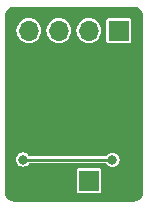
<source format=gbr>
%TF.GenerationSoftware,KiCad,Pcbnew,7.99.0-957-g18dd623122*%
%TF.CreationDate,2023-08-18T16:17:54-04:00*%
%TF.ProjectId,bme680,626d6536-3830-42e6-9b69-6361645f7063,V1.0*%
%TF.SameCoordinates,Original*%
%TF.FileFunction,Copper,L2,Bot*%
%TF.FilePolarity,Positive*%
%FSLAX46Y46*%
G04 Gerber Fmt 4.6, Leading zero omitted, Abs format (unit mm)*
G04 Created by KiCad (PCBNEW 7.99.0-957-g18dd623122) date 2023-08-18 16:17:54*
%MOMM*%
%LPD*%
G01*
G04 APERTURE LIST*
%TA.AperFunction,ComponentPad*%
%ADD10R,1.700000X1.700000*%
%TD*%
%TA.AperFunction,ComponentPad*%
%ADD11O,1.700000X1.700000*%
%TD*%
%TA.AperFunction,ViaPad*%
%ADD12C,0.500000*%
%TD*%
%TA.AperFunction,ViaPad*%
%ADD13C,0.800000*%
%TD*%
%TA.AperFunction,Conductor*%
%ADD14C,0.250000*%
%TD*%
G04 APERTURE END LIST*
D10*
%TO.P,J1,1,Pin_1*%
%TO.N,/SDO*%
X145024000Y-100584000D03*
D11*
%TO.P,J1,2,Pin_2*%
%TO.N,/SCK*%
X142484000Y-100584000D03*
%TO.P,J1,3,Pin_3*%
%TO.N,/SDI*%
X139944001Y-100584000D03*
%TO.P,J1,4,Pin_4*%
%TO.N,/CSB*%
X137404000Y-100584000D03*
%TD*%
D10*
%TO.P,J2,1,Pin_1*%
%TO.N,+3.3V*%
X142499000Y-113284000D03*
D11*
%TO.P,J2,2,Pin_2*%
%TO.N,GND*%
X139959000Y-113284000D03*
%TD*%
D12*
%TO.N,GND*%
X146304000Y-108712000D03*
X139192000Y-103632000D03*
X146304000Y-111252000D03*
X146304000Y-113792000D03*
X145288000Y-111252000D03*
X141224000Y-109220000D03*
X136398000Y-109982000D03*
X140208000Y-110744000D03*
X143764000Y-103632000D03*
X142240000Y-106172000D03*
X141732000Y-110744000D03*
X146304000Y-104140000D03*
D13*
%TO.N,Net-(D1-A)*%
X144482091Y-111520636D03*
X136906000Y-111506000D03*
%TD*%
D14*
%TO.N,Net-(D1-A)*%
X136906000Y-111506000D02*
X144467455Y-111506000D01*
X144467455Y-111506000D02*
X144482091Y-111520636D01*
%TD*%
%TA.AperFunction,Conductor*%
%TO.N,GND*%
G36*
X146305198Y-98552618D02*
G01*
X146339310Y-98555977D01*
X146456546Y-98569187D01*
X146465266Y-98570986D01*
X146524555Y-98588971D01*
X146525521Y-98589286D01*
X146609598Y-98618707D01*
X146616491Y-98621732D01*
X146676093Y-98653590D01*
X146677530Y-98654424D01*
X146729843Y-98687295D01*
X146750262Y-98700125D01*
X146752771Y-98701932D01*
X146807691Y-98747002D01*
X146809463Y-98748608D01*
X146869389Y-98808534D01*
X146870996Y-98810307D01*
X146916066Y-98865227D01*
X146917873Y-98867736D01*
X146963563Y-98940450D01*
X146964419Y-98941924D01*
X146970244Y-98952821D01*
X146996259Y-99001492D01*
X146999294Y-99008406D01*
X147028709Y-99092470D01*
X147029029Y-99093450D01*
X147047010Y-99152723D01*
X147048812Y-99161461D01*
X147062026Y-99278742D01*
X147065382Y-99312801D01*
X147065500Y-99315205D01*
X147065500Y-114298794D01*
X147065382Y-114301198D01*
X147062026Y-114335256D01*
X147048812Y-114452537D01*
X147047010Y-114461275D01*
X147029029Y-114520548D01*
X147028709Y-114521528D01*
X146999294Y-114605592D01*
X146996259Y-114612506D01*
X146964426Y-114672062D01*
X146963563Y-114673548D01*
X146917873Y-114746262D01*
X146916066Y-114748771D01*
X146870996Y-114803691D01*
X146869380Y-114805474D01*
X146809474Y-114865380D01*
X146807691Y-114866996D01*
X146752771Y-114912066D01*
X146750262Y-114913873D01*
X146677548Y-114959563D01*
X146676062Y-114960426D01*
X146616506Y-114992259D01*
X146609592Y-114995294D01*
X146525528Y-115024709D01*
X146524548Y-115025029D01*
X146465275Y-115043010D01*
X146456537Y-115044812D01*
X146339256Y-115058026D01*
X146307057Y-115061198D01*
X146305197Y-115061382D01*
X146302795Y-115061500D01*
X136145205Y-115061500D01*
X136142802Y-115061382D01*
X136140694Y-115061174D01*
X136108742Y-115058026D01*
X135991461Y-115044812D01*
X135982723Y-115043010D01*
X135923450Y-115025029D01*
X135922470Y-115024709D01*
X135838406Y-114995294D01*
X135831496Y-114992260D01*
X135771924Y-114960419D01*
X135770450Y-114959563D01*
X135697736Y-114913873D01*
X135695227Y-114912066D01*
X135640307Y-114866996D01*
X135638534Y-114865389D01*
X135578608Y-114805463D01*
X135577002Y-114803691D01*
X135531932Y-114748771D01*
X135530125Y-114746262D01*
X135517295Y-114725843D01*
X135484424Y-114673530D01*
X135483590Y-114672093D01*
X135451732Y-114612491D01*
X135448707Y-114605598D01*
X135419286Y-114521521D01*
X135418969Y-114520548D01*
X135400986Y-114461266D01*
X135399187Y-114452546D01*
X135385972Y-114335256D01*
X135382618Y-114301198D01*
X135382500Y-114298796D01*
X135382500Y-114153748D01*
X141448500Y-114153748D01*
X141460133Y-114212231D01*
X141477882Y-114238795D01*
X141504447Y-114278552D01*
X141531012Y-114296301D01*
X141570769Y-114322867D01*
X141629252Y-114334500D01*
X141629255Y-114334500D01*
X143368745Y-114334500D01*
X143368748Y-114334500D01*
X143427231Y-114322867D01*
X143493552Y-114278552D01*
X143537867Y-114212231D01*
X143549500Y-114153748D01*
X143549500Y-112414252D01*
X143537867Y-112355769D01*
X143511301Y-112316012D01*
X143493552Y-112289447D01*
X143453795Y-112262882D01*
X143427231Y-112245133D01*
X143368748Y-112233500D01*
X141629252Y-112233500D01*
X141570768Y-112245132D01*
X141570769Y-112245133D01*
X141504447Y-112289447D01*
X141460133Y-112355769D01*
X141448500Y-112414252D01*
X141448500Y-114153748D01*
X135382500Y-114153748D01*
X135382500Y-111505999D01*
X136300318Y-111505999D01*
X136320955Y-111662761D01*
X136381461Y-111808836D01*
X136381464Y-111808841D01*
X136477718Y-111934282D01*
X136603159Y-112030536D01*
X136603161Y-112030536D01*
X136603163Y-112030538D01*
X136638493Y-112045172D01*
X136749238Y-112091044D01*
X136906000Y-112111682D01*
X137062762Y-112091044D01*
X137208841Y-112030536D01*
X137334282Y-111934282D01*
X137398438Y-111850671D01*
X137430917Y-111831919D01*
X137437313Y-111831500D01*
X143939547Y-111831500D01*
X143974195Y-111845852D01*
X143978421Y-111850671D01*
X144042578Y-111934282D01*
X144053809Y-111948918D01*
X144179250Y-112045172D01*
X144179252Y-112045172D01*
X144179254Y-112045174D01*
X144325329Y-112105680D01*
X144482091Y-112126318D01*
X144638853Y-112105680D01*
X144784932Y-112045172D01*
X144910373Y-111948918D01*
X145006627Y-111823477D01*
X145067135Y-111677398D01*
X145087773Y-111520636D01*
X145067135Y-111363874D01*
X145006627Y-111217795D01*
X144910373Y-111092354D01*
X144784932Y-110996100D01*
X144784927Y-110996097D01*
X144638852Y-110935591D01*
X144502727Y-110917670D01*
X144482091Y-110914954D01*
X144482090Y-110914954D01*
X144325329Y-110935591D01*
X144179254Y-110996097D01*
X144179249Y-110996100D01*
X144053809Y-111092353D01*
X144053808Y-111092354D01*
X144000882Y-111161329D01*
X143968404Y-111180081D01*
X143962008Y-111180500D01*
X137437313Y-111180500D01*
X137402665Y-111166148D01*
X137398439Y-111161329D01*
X137334282Y-111077718D01*
X137334281Y-111077717D01*
X137208841Y-110981464D01*
X137208836Y-110981461D01*
X137062761Y-110920955D01*
X136906000Y-110900318D01*
X136749238Y-110920955D01*
X136603163Y-110981461D01*
X136603158Y-110981464D01*
X136477718Y-111077717D01*
X136477717Y-111077718D01*
X136381464Y-111203158D01*
X136381461Y-111203163D01*
X136320955Y-111349238D01*
X136300318Y-111505999D01*
X135382500Y-111505999D01*
X135382500Y-100584000D01*
X136348417Y-100584000D01*
X136368700Y-100789934D01*
X136428768Y-100987954D01*
X136526315Y-101170450D01*
X136657590Y-101330410D01*
X136817550Y-101461685D01*
X137000046Y-101559232D01*
X137198066Y-101619300D01*
X137383716Y-101637585D01*
X137403999Y-101639583D01*
X137403999Y-101639582D01*
X137404000Y-101639583D01*
X137609934Y-101619300D01*
X137807954Y-101559232D01*
X137990450Y-101461685D01*
X138150410Y-101330410D01*
X138281685Y-101170450D01*
X138379232Y-100987954D01*
X138439300Y-100789934D01*
X138459583Y-100584000D01*
X138888418Y-100584000D01*
X138908701Y-100789934D01*
X138968769Y-100987954D01*
X139066316Y-101170450D01*
X139197591Y-101330410D01*
X139357551Y-101461685D01*
X139540047Y-101559232D01*
X139738067Y-101619300D01*
X139923716Y-101637585D01*
X139944000Y-101639583D01*
X139944000Y-101639582D01*
X139944001Y-101639583D01*
X140149935Y-101619300D01*
X140347955Y-101559232D01*
X140530451Y-101461685D01*
X140690411Y-101330410D01*
X140821686Y-101170450D01*
X140919233Y-100987954D01*
X140979301Y-100789934D01*
X140999584Y-100584000D01*
X141428417Y-100584000D01*
X141448700Y-100789934D01*
X141508768Y-100987954D01*
X141606315Y-101170450D01*
X141737590Y-101330410D01*
X141897550Y-101461685D01*
X142080046Y-101559232D01*
X142278066Y-101619300D01*
X142463716Y-101637585D01*
X142483999Y-101639583D01*
X142483999Y-101639582D01*
X142484000Y-101639583D01*
X142689934Y-101619300D01*
X142887954Y-101559232D01*
X143070450Y-101461685D01*
X143080121Y-101453748D01*
X143973500Y-101453748D01*
X143985133Y-101512231D01*
X144002882Y-101538795D01*
X144029447Y-101578552D01*
X144056012Y-101596301D01*
X144095769Y-101622867D01*
X144154252Y-101634500D01*
X144154255Y-101634500D01*
X145893745Y-101634500D01*
X145893748Y-101634500D01*
X145952231Y-101622867D01*
X146018552Y-101578552D01*
X146062867Y-101512231D01*
X146074500Y-101453748D01*
X146074500Y-99714252D01*
X146062867Y-99655769D01*
X146031462Y-99608769D01*
X146018552Y-99589447D01*
X145957569Y-99548700D01*
X145952231Y-99545133D01*
X145893748Y-99533500D01*
X144154252Y-99533500D01*
X144095768Y-99545132D01*
X144095769Y-99545133D01*
X144029447Y-99589447D01*
X143985133Y-99655768D01*
X143985133Y-99655769D01*
X143973500Y-99714252D01*
X143973500Y-101453748D01*
X143080121Y-101453748D01*
X143230410Y-101330410D01*
X143361685Y-101170450D01*
X143459232Y-100987954D01*
X143519300Y-100789934D01*
X143539583Y-100584000D01*
X143519300Y-100378066D01*
X143459232Y-100180046D01*
X143361685Y-99997550D01*
X143230410Y-99837590D01*
X143070450Y-99706315D01*
X142887954Y-99608768D01*
X142689934Y-99548700D01*
X142484000Y-99528417D01*
X142278065Y-99548700D01*
X142278064Y-99548700D01*
X142080043Y-99608769D01*
X141897548Y-99706316D01*
X141737590Y-99837590D01*
X141606316Y-99997548D01*
X141508769Y-100180043D01*
X141448700Y-100378064D01*
X141448700Y-100378065D01*
X141448700Y-100378066D01*
X141428417Y-100584000D01*
X140999584Y-100584000D01*
X140979301Y-100378066D01*
X140919233Y-100180046D01*
X140821686Y-99997550D01*
X140690411Y-99837590D01*
X140530451Y-99706315D01*
X140347955Y-99608768D01*
X140149935Y-99548700D01*
X139944001Y-99528417D01*
X139738066Y-99548700D01*
X139738065Y-99548700D01*
X139540044Y-99608769D01*
X139357549Y-99706316D01*
X139197591Y-99837590D01*
X139066317Y-99997548D01*
X138968770Y-100180043D01*
X138908701Y-100378064D01*
X138908701Y-100378065D01*
X138908701Y-100378066D01*
X138888418Y-100584000D01*
X138459583Y-100584000D01*
X138439300Y-100378066D01*
X138379232Y-100180046D01*
X138281685Y-99997550D01*
X138150410Y-99837590D01*
X137990450Y-99706315D01*
X137807954Y-99608768D01*
X137609934Y-99548700D01*
X137404000Y-99528417D01*
X137198065Y-99548700D01*
X137198064Y-99548700D01*
X137000043Y-99608769D01*
X136817548Y-99706316D01*
X136657590Y-99837590D01*
X136526316Y-99997548D01*
X136428769Y-100180043D01*
X136368700Y-100378064D01*
X136368700Y-100378065D01*
X136368700Y-100378066D01*
X136348417Y-100584000D01*
X135382500Y-100584000D01*
X135382500Y-99315203D01*
X135382618Y-99312801D01*
X135385974Y-99278722D01*
X135399188Y-99161449D01*
X135400985Y-99152737D01*
X135418980Y-99093415D01*
X135419277Y-99092506D01*
X135448710Y-99008391D01*
X135451727Y-99001517D01*
X135483604Y-98941880D01*
X135484409Y-98940494D01*
X135530132Y-98867725D01*
X135531932Y-98865227D01*
X135577022Y-98810284D01*
X135578588Y-98808556D01*
X135638556Y-98748588D01*
X135640284Y-98747022D01*
X135695230Y-98701929D01*
X135697725Y-98700132D01*
X135770494Y-98654409D01*
X135771880Y-98653604D01*
X135831517Y-98621727D01*
X135838391Y-98618710D01*
X135922506Y-98589277D01*
X135923415Y-98588980D01*
X135982737Y-98570985D01*
X135991449Y-98569188D01*
X136108722Y-98555974D01*
X136142802Y-98552617D01*
X136145203Y-98552500D01*
X146302796Y-98552500D01*
X146305198Y-98552618D01*
G37*
%TD.AperFunction*%
%TD*%
M02*

</source>
